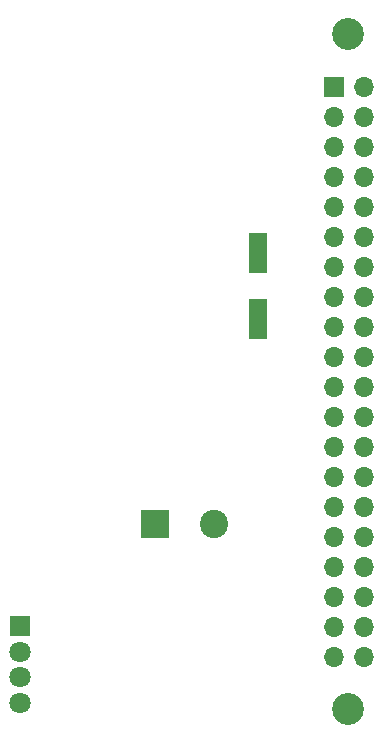
<source format=gbr>
G04 #@! TF.GenerationSoftware,KiCad,Pcbnew,(5.1.5-0-10_14)*
G04 #@! TF.CreationDate,2020-11-09T10:05:16+01:00*
G04 #@! TF.ProjectId,HB-RF-MOD,48422d52-462d-44d4-9f44-2e6b69636164,rev?*
G04 #@! TF.SameCoordinates,Original*
G04 #@! TF.FileFunction,Soldermask,Bot*
G04 #@! TF.FilePolarity,Negative*
%FSLAX46Y46*%
G04 Gerber Fmt 4.6, Leading zero omitted, Abs format (unit mm)*
G04 Created by KiCad (PCBNEW (5.1.5-0-10_14)) date 2020-11-09 10:05:16*
%MOMM*%
%LPD*%
G04 APERTURE LIST*
%ADD10C,2.400000*%
%ADD11R,2.400000X2.400000*%
%ADD12C,1.800000*%
%ADD13R,1.800000X1.800000*%
%ADD14R,1.600000X3.500000*%
%ADD15C,2.700000*%
%ADD16O,1.700000X1.700000*%
%ADD17R,1.700000X1.700000*%
G04 APERTURE END LIST*
D10*
X43400000Y-60800000D03*
D11*
X38400000Y-60800000D03*
D12*
X26950000Y-75937000D03*
X26950000Y-73778000D03*
X26950000Y-71619000D03*
D13*
X26950000Y-69460000D03*
D14*
X47100000Y-43400000D03*
X47100000Y-37800000D03*
D15*
X54780000Y-19280000D03*
X54780000Y-76480000D03*
D16*
X56070000Y-72040000D03*
X53530000Y-72040000D03*
X56070000Y-69500000D03*
X53530000Y-69500000D03*
X56070000Y-66960000D03*
X53530000Y-66960000D03*
X56070000Y-64420000D03*
X53530000Y-64420000D03*
X56070000Y-61880000D03*
X53530000Y-61880000D03*
X56070000Y-59340000D03*
X53530000Y-59340000D03*
X56070000Y-56800000D03*
X53530000Y-56800000D03*
X56070000Y-54260000D03*
X53530000Y-54260000D03*
X56070000Y-51720000D03*
X53530000Y-51720000D03*
X56070000Y-49180000D03*
X53530000Y-49180000D03*
X56070000Y-46640000D03*
X53530000Y-46640000D03*
X56070000Y-44100000D03*
X53530000Y-44100000D03*
X56070000Y-41560000D03*
X53530000Y-41560000D03*
X56070000Y-39020000D03*
X53530000Y-39020000D03*
X56070000Y-36480000D03*
X53530000Y-36480000D03*
X56070000Y-33940000D03*
X53530000Y-33940000D03*
X56070000Y-31400000D03*
X53530000Y-31400000D03*
X56070000Y-28860000D03*
X53530000Y-28860000D03*
X56070000Y-26320000D03*
X53530000Y-26320000D03*
X56070000Y-23780000D03*
D17*
X53530000Y-23780000D03*
M02*

</source>
